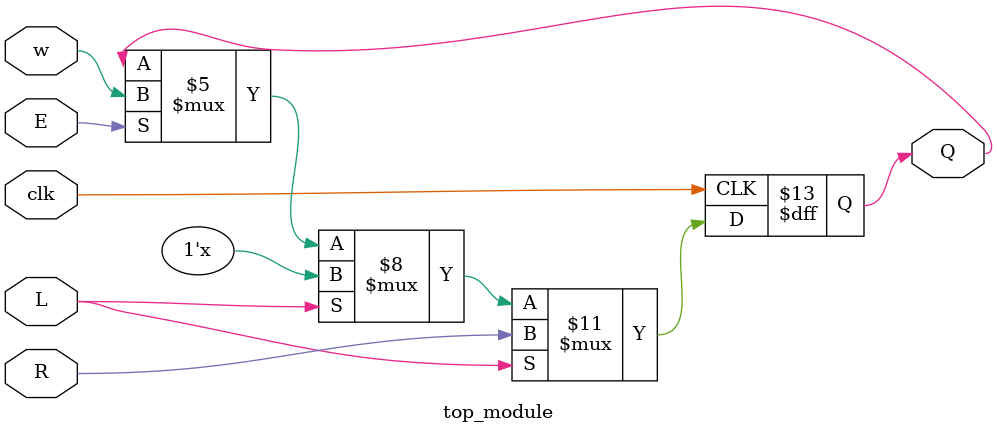
<source format=sv>
module top_module (
    input clk,
    input w, R, E, L,
    output Q
);

    always_ff @(posedge clk) begin
        // if L == 1 then
        //   Q = r
        // else
        //   if E == 1 then
        //      Q = w
        //   else
        //      Q = Q
        if (L == 1) begin
            Q = R;
        end else begin
            if (E == 1) begin
                Q = w;
            end else begin
                Q = Q;
            end
        end
    end

endmodule

</source>
